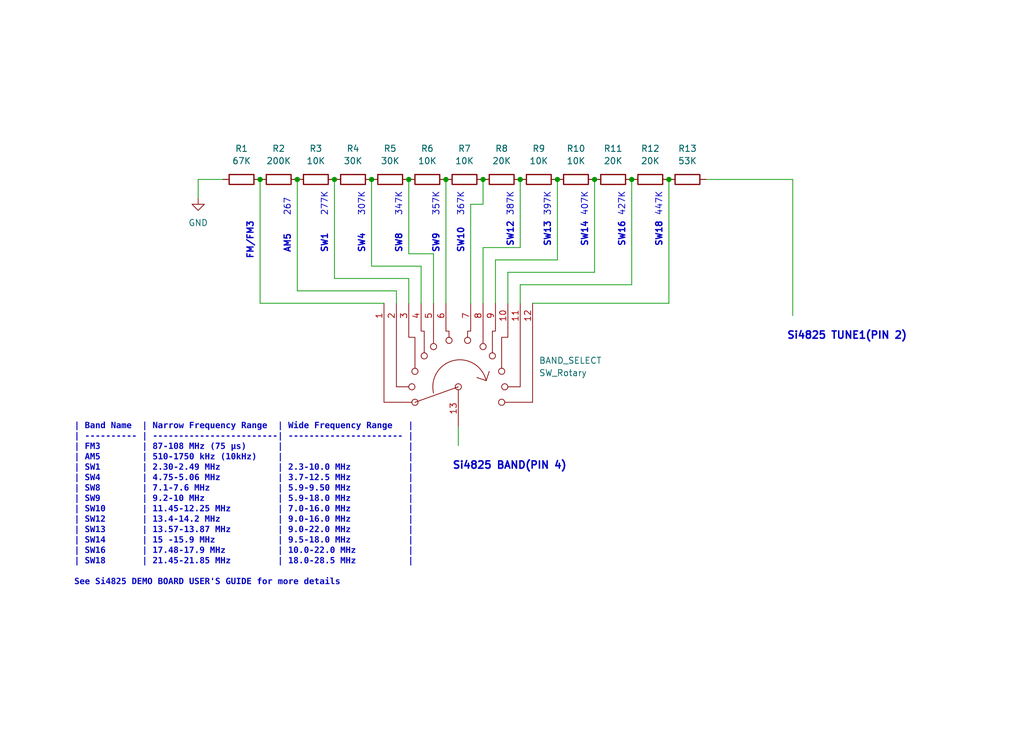
<source format=kicad_sch>
(kicad_sch (version 20230121) (generator eeschema)
  (paper "User" 210.007 150.012)
  (title_block (title "SI4825 Band setup example") (rev "1.0") (company "Ricardo Lima Caratti"))
  (lib_symbols
    (symbol "Device:R" (pin_numbers hide) (pin_names (offset 0))
      (property "Reference" "R" (at 2.032 0 90))
      (property "Value" "R" (at 0 0 90))
      (symbol "R_0_1"
        (rectangle (start -1.016 -2.54) (end 1.016 2.54) (stroke (width 0.254)))
      )
      (symbol "R_1_1"
        (pin passive line (at 0 3.81 270) (length 1.27) (name "~") (number "1"))
        (pin passive line (at 0 -3.81 90) (length 1.27) (name "~") (number "2"))
      )
    )
    (symbol "Switch:SW_Rotary12" (pin_names (offset 1.016) hide)
      (property "Reference" "SW" (at 0 17.78 0))
      (property "Value" "SW_Rotary12" (at 0 -17.78 0))
      (symbol "SW_Rotary12_0_0"
        (circle (center -10.16 -8.89) (radius 0.635))
        (circle (center -10.16 8.89) (radius 0.635))
        (circle (center -6.985 -9.525) (radius 0.635))
        (circle (center -6.985 0) (radius 0.635))
        (circle (center -6.985 9.525) (radius 0.635))
        (arc (start -5.715 -5.715) (mid -1.5995 0.937) (end -8.255 5.08))
        (circle (center -3.81 -8.89) (radius 0.635))
        (circle (center -3.81 8.89) (radius 0.635))
        (circle (center -0.635 -6.985) (radius 0.635))
        (circle (center -0.635 6.985) (radius 0.635))
        (polyline (pts (xy -6.985 0) (xy -10.16 8.89)))
        (polyline (pts (xy -5.715 -5.715) (xy -5.08 -3.81)))
        (polyline (pts (xy -5.715 -5.715) (xy -3.81 -6.35)))
        (polyline (pts (xy 1.905 -5.08) (xy 5.08 -5.08)))
        (polyline (pts (xy 1.905 5.08) (xy 5.08 5.08)))
        (polyline (pts (xy -10.16 -9.525) (xy -10.16 -15.24) (xy 5.08 -15.24)))
        (polyline (pts (xy -10.16 9.525) (xy -10.16 15.24) (xy 5.08 15.24)))
        (polyline (pts (xy -6.985 -10.16) (xy -6.985 -12.7) (xy 5.08 -12.7)))
        (polyline (pts (xy -6.985 10.16) (xy -6.985 12.7) (xy 5.08 12.7)))
        (polyline (pts (xy -3.175 -8.89) (xy 3.175 -8.89) (xy 3.175 -10.16) (xy 5.08 -10.16)))
        (polyline (pts (xy -3.175 8.89) (xy 3.175 8.89) (xy 3.175 10.16) (xy 5.08 10.16)))
        (polyline (pts (xy 0 -6.985) (xy 4.445 -6.985) (xy 4.445 -7.62) (xy 5.08 -7.62)))
        (polyline (pts (xy 0 6.985) (xy 4.445 6.985) (xy 4.445 7.62) (xy 5.08 7.62)))
        (polyline (pts (xy 3.175 -1.905) (xy 4.445 -1.905) (xy 4.445 -2.54) (xy 5.08 -2.54)))
        (polyline (pts (xy 3.175 1.905) (xy 4.445 1.905) (xy 4.445 2.54) (xy 5.08 2.54)))
        (circle (center 1.27 -5.08) (radius 0.635))
        (circle (center 1.27 5.08) (radius 0.635))
        (circle (center 2.54 -1.905) (radius 0.635))
        (circle (center 2.54 1.905) (radius 0.635))
      )
      (symbol "SW_Rotary12_0_1"
        (pin passive line (at 10.16 15.24 180) (length 5.08) (name "1") (number "1"))
        (pin passive line (at 10.16 -10.16 180) (length 5.08) (name "10") (number "10"))
        (pin passive line (at 10.16 -12.7 180) (length 5.08) (name "11") (number "11"))
        (pin passive line (at 10.16 -15.24 180) (length 5.08) (name "12") (number "12"))
        (pin passive line (at -15.24 0 0) (length 7.62) (name "13") (number "13"))
        (pin passive line (at 10.16 12.7 180) (length 5.08) (name "2") (number "2"))
        (pin passive line (at 10.16 10.16 180) (length 5.08) (name "3") (number "3"))
        (pin passive line (at 10.16 7.62 180) (length 5.08) (name "4") (number "4"))
        (pin passive line (at 10.16 5.08 180) (length 5.08) (name "5") (number "5"))
        (pin passive line (at 10.16 2.54 180) (length 5.08) (name "6") (number "6"))
        (pin passive line (at 10.16 -2.54 180) (length 5.08) (name "7") (number "7"))
        (pin passive line (at 10.16 -5.08 180) (length 5.08) (name "8") (number "8"))
        (pin passive line (at 10.16 -7.62 180) (length 5.08) (name "9") (number "9"))
      )
    )
    (symbol "power:GND" (power) (pin_names (offset 0))
      (property "Value" "GND" (at 0 -3.81 0))
      (symbol "GND_0_1"
        (polyline (pts (xy 0 0) (xy 0 -1.27) (xy 1.27 -1.27) (xy 0 -2.54) (xy -1.27 -1.27) (xy 0 -1.27)))
      )
      (symbol "GND_1_1"
        (pin power_in line (at 0 0 270) (length 0) hide (name "GND") (number "1"))
      )
    )
  )
  (junction (at 129.54 36.83))
  (junction (at 83.82 36.83))
  (junction (at 99.06 36.83))
  (junction (at 114.3 36.83))
  (junction (at 68.58 36.83))
  (junction (at 53.34 36.83))
  (junction (at 121.92 36.83))
  (junction (at 137.16 36.83))
  (junction (at 60.96 36.83))
  (junction (at 106.68 36.83))
  (junction (at 76.2 36.83))
  (junction (at 91.44 36.83))
  (wire (pts (xy 88.9 52.07) (xy 83.82 52.07)))
  (wire (pts (xy 129.54 58.42) (xy 129.54 36.83)))
  (wire (pts (xy 83.82 62.23) (xy 83.82 57.15)))
  (wire (pts (xy 68.58 36.83) (xy 68.58 57.15)))
  (wire (pts (xy 106.68 58.42) (xy 129.54 58.42)))
  (wire (pts (xy 96.52 41.91) (xy 99.06 41.91)))
  (wire (pts (xy 104.14 55.88) (xy 121.92 55.88)))
  (wire (pts (xy 99.06 62.23) (xy 99.06 50.8)))
  (wire (pts (xy 81.28 59.69) (xy 60.96 59.69)))
  (wire (pts (xy 93.98 87.63) (xy 93.98 91.44)))
  (wire (pts (xy 83.82 57.15) (xy 68.58 57.15)))
  (wire (pts (xy 109.22 62.23) (xy 137.16 62.23)))
  (wire (pts (xy 106.68 62.23) (xy 106.68 58.42)))
  (wire (pts (xy 96.52 62.23) (xy 96.52 41.91)))
  (wire (pts (xy 53.34 36.83) (xy 53.34 62.23)))
  (wire (pts (xy 76.2 54.61) (xy 76.2 36.83)))
  (wire (pts (xy 99.06 50.8) (xy 106.68 50.8)))
  (wire (pts (xy 114.3 36.83) (xy 114.3 53.34)))
  (wire (pts (xy 88.9 62.23) (xy 88.9 52.07)))
  (wire (pts (xy 91.44 36.83) (xy 91.44 62.23)))
  (wire (pts (xy 106.68 36.83) (xy 106.68 50.8)))
  (wire (pts (xy 99.06 41.91) (xy 99.06 36.83)))
  (wire (pts (xy 101.6 53.34) (xy 114.3 53.34)))
  (wire (pts (xy 81.28 62.23) (xy 81.28 59.69)))
  (wire (pts (xy 86.36 62.23) (xy 86.36 54.61)))
  (wire (pts (xy 137.16 36.83) (xy 137.16 62.23)))
  (wire (pts (xy 40.64 36.83) (xy 40.64 40.64)))
  (wire (pts (xy 45.72 36.83) (xy 40.64 36.83)))
  (wire (pts (xy 78.74 62.23) (xy 53.34 62.23)))
  (wire (pts (xy 86.36 54.61) (xy 76.2 54.61)))
  (wire (pts (xy 104.14 62.23) (xy 104.14 55.88)))
  (wire (pts (xy 83.82 52.07) (xy 83.82 36.83)))
  (wire (pts (xy 60.96 59.69) (xy 60.96 36.83)))
  (wire (pts (xy 101.6 53.34) (xy 101.6 62.23)))
  (wire (pts (xy 121.92 36.83) (xy 121.92 55.88)))
  (wire (pts (xy 162.56 36.83) (xy 162.56 64.77)))
  (wire (pts (xy 144.78 36.83) (xy 162.56 36.83)))
  (text "SW8" (at 82.55 52.07 90) (effects (font (size 1.27 1.27) (thickness 0.254) bold) (justify left bottom)))
  (text "447K" (at 135.89 44.45 90) (effects (font (size 1.27 1.27)) (justify left bottom)))
  (text "427K" (at 128.27 44.45 90) (effects (font (size 1.27 1.27)) (justify left bottom)))
  (text "367K" (at 95.25 44.45 90) (effects (font (size 1.27 1.27)) (justify left bottom)))
  (text "Si4825 TUNE1(PIN 2)" (at 161.29 69.85 0) (effects (font (size 1.5 1.5) (thickness 0.3) bold) (justify left bottom)))
  (text "Si4825 BAND(PIN 4)" (at 92.71 96.52 0) (effects (font (size 1.5 1.5) (thickness 0.3) bold) (justify left bottom)))
  (text "347K" (at 82.55 44.45 90) (effects (font (size 1.27 1.27)) (justify left bottom)))
  (text "SW14" (at 120.65 50.8 90) (effects (font (size 1.27 1.27) (thickness 0.254) bold) (justify left bottom)))
  (text "SW12" (at 105.41 50.8 90) (effects (font (size 1.27 1.27) (thickness 0.254) bold) (justify left bottom)))
  (text "407K" (at 120.65 44.45 90) (effects (font (size 1.27 1.27)) (justify left bottom)))
  (text "SW9" (at 90.17 52.07 90) (effects (font (size 1.27 1.27) (thickness 0.254) bold) (justify left bottom)))
  (text "SW18" (at 135.89 50.8 90) (effects (font (size 1.27 1.27) (thickness 0.254) bold) (justify left bottom)))
  (text "AM5" (at 59.69 52.07 90) (effects (font (size 1.27 1.27) (thickness 0.254) bold) (justify left bottom)))
  (text "277K" (at 67.31 44.45 90) (effects (font (size 1.27 1.27)) (justify left bottom)))
  (text "357K" (at 90.17 44.45 90) (effects (font (size 1.27 1.27)) (justify left bottom)))
  (text "397K" (at 113.03 44.45 90) (effects (font (size 1.27 1.27)) (justify left bottom)))
  (text "SW4" (at 74.93 52.07 90) (effects (font (size 1.27 1.27) (thickness 0.254) bold) (justify left bottom)))
  (text "307K" (at 74.93 44.45 90) (effects (font (size 1.27 1.27)) (justify left bottom)))
  (text "| Band Name  | Narrow Frequency Range  | Wide Frequency Range   |\n| ---------- | ------------------------| ---------------------- |\n| FM3        | 87-108 MHz (75 µs)      |                        |\n| AM5        | 510-1750 kHz (10kHz)    |                        |\n| SW1        | 2.30-2.49 MHz           | 2.3-10.0 MHz           |\n| SW4        | 4.75-5.06 MHz           | 3.7-12.5 MHz           |\n| SW8        | 7.1-7.6 MHz             | 5.9-9.50 MHz           |\n| SW9        | 9.2-10 MHz              | 5.9-18.0 MHz           |\n| SW10       | 11.45-12.25 MHz         | 7.0-16.0 MHz           |\n| SW12       | 13.4-14.2 MHz           | 9.0-16.0 MHz           |\n| SW13       | 13.57-13.87 MHz         | 9.0-22.0 MHz           |\n| SW14       | 15 -15.9 MHz            | 9.5-18.0 MHz           |\n| SW16       | 17.48-17.9 MHz          | 10.0-22.0 MHz          |\n| SW18       | 21.45-21.85 MHz         | 18.0-28.5 MHz          |\n\nSee Si4825 DEMO BOARD USER'S GUIDE for more details" (at 15.24 120.65 0) (effects (font (size 1.27 1.27) (thickness 0.254) bold) (justify left bottom)))
  (text "387K" (at 105.41 44.45 90) (effects (font (size 1.27 1.27)) (justify left bottom)))
  (text "SW16" (at 128.27 50.8 90) (effects (font (size 1.27 1.27) (thickness 0.254) bold) (justify left bottom)))
  (text "267" (at 59.69 44.45 90) (effects (font (size 1.27 1.27)) (justify left bottom)))
  (text "SW13" (at 113.03 50.8 90) (effects (font (size 1.27 1.27) (thickness 0.254) bold) (justify left bottom)))
  (text "FM/FM3" (at 52.07 53.34 90) (effects (font (size 1.27 1.27) (thickness 0.254) bold) (justify left bottom)))
  (text "SW1" (at 67.31 52.07 90) (effects (font (size 1.27 1.27) (thickness 0.254) bold) (justify left bottom)))
  (text "SW10" (at 95.25 52.07 90) (effects (font (size 1.27 1.27) (thickness 0.254) bold) (justify left bottom)))
  (symbol (lib_id "Device:R") (at 72.39 36.83 270) (unit 1)
    (property "Reference" "R4" (at 72.39 30.48 90))
    (property "Value" "30K" (at 72.39 33.02 90))
  )
  (symbol (lib_id "Device:R") (at 102.87 36.83 270) (unit 1)
    (property "Reference" "R8" (at 102.87 30.48 90))
    (property "Value" "20K" (at 102.87 33.02 90))
  )
  (symbol (lib_id "Device:R") (at 118.11 36.83 270) (unit 1)
    (property "Reference" "R10" (at 118.11 30.48 90))
    (property "Value" "10K" (at 118.11 33.02 90))
  )
  (symbol (lib_id "Device:R") (at 110.49 36.83 270) (unit 1)
    (property "Reference" "R9" (at 110.49 30.48 90))
    (property "Value" "10K" (at 110.49 33.02 90))
  )
  (symbol (lib_id "Device:R") (at 64.77 36.83 270) (unit 1)
    (property "Reference" "R3" (at 64.77 30.48 90))
    (property "Value" "10K" (at 64.77 33.02 90))
  )
  (symbol (lib_id "Device:R") (at 87.63 36.83 270) (unit 1)
    (property "Reference" "R6" (at 87.63 30.48 90))
    (property "Value" "10K" (at 87.63 33.02 90))
  )
  (symbol (lib_id "Device:R") (at 49.53 36.83 270) (unit 1)
    (property "Reference" "R1" (at 49.53 30.48 90))
    (property "Value" "67K" (at 49.53 33.02 90))
  )
  (symbol (lib_id "Switch:SW_Rotary12") (at 93.98 72.39 90) (unit 1)
    (property "Reference" "BAND_SELECT" (at 110.49 73.9775 90) (effects (justify right)))
    (property "Value" "SW_Rotary" (at 110.49 76.5175 90) (effects (justify right)))
    (property "Datasheet" "http://cdn-reichelt.de/documents/datenblatt/C200/DS-Serie%23LOR.pdf" (effects hide))
  )
  (symbol (lib_id "Device:R") (at 125.73 36.83 270) (unit 1)
    (property "Reference" "R11" (at 125.73 30.48 90))
    (property "Value" "20K" (at 125.73 33.02 90))
  )
  (symbol (lib_id "Device:R") (at 57.15 36.83 270) (unit 1)
    (property "Reference" "R2" (at 57.15 30.48 90))
    (property "Value" "200K" (at 57.15 33.02 90))
  )
  (symbol (lib_id "Device:R") (at 80.01 36.83 270) (unit 1)
    (property "Reference" "R5" (at 80.01 30.48 90))
    (property "Value" "30K" (at 80.01 33.02 90))
  )
  (symbol (lib_id "Device:R") (at 133.35 36.83 270) (unit 1)
    (property "Reference" "R12" (at 133.35 30.48 90))
    (property "Value" "20K" (at 133.35 33.02 90))
  )
  (symbol (lib_id "Device:R") (at 95.25 36.83 270) (unit 1)
    (property "Reference" "R7" (at 95.25 30.48 90))
    (property "Value" "10K" (at 95.25 33.02 90))
  )
  (symbol (lib_id "Device:R") (at 140.97 36.83 270) (unit 1)
    (property "Reference" "R13" (at 140.97 30.48 90))
    (property "Value" "53K" (at 140.97 33.02 90))
  )
  (symbol (lib_id "power:GND") (at 40.64 40.64 0) (unit 1)
    (property "Reference" "#PWR01" (effects hide))
    (property "Value" "GND" (at 40.64 45.72 0))
  )
)
</source>
